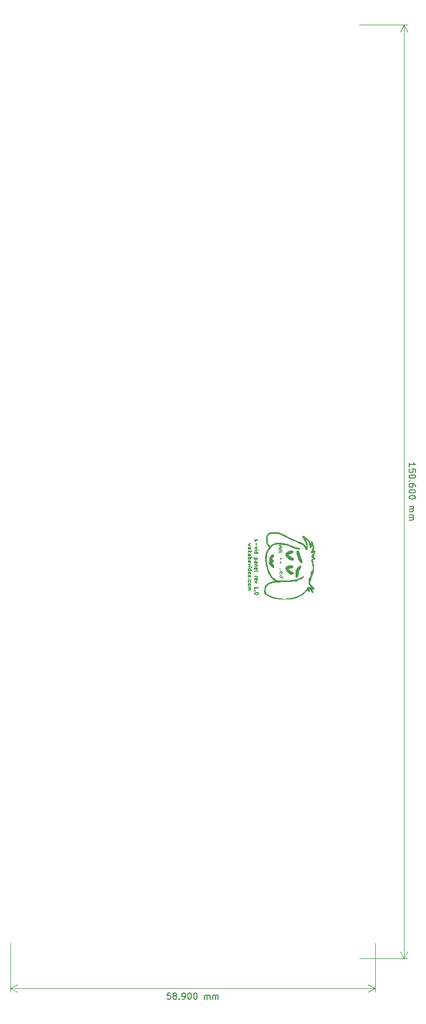
<source format=gbr>
G04 #@! TF.GenerationSoftware,KiCad,Pcbnew,(5.1.9)-1*
G04 #@! TF.CreationDate,2021-09-23T17:19:57+12:00*
G04 #@! TF.ProjectId,covers,636f7665-7273-42e6-9b69-6361645f7063,rev?*
G04 #@! TF.SameCoordinates,Original*
G04 #@! TF.FileFunction,Legend,Top*
G04 #@! TF.FilePolarity,Positive*
%FSLAX46Y46*%
G04 Gerber Fmt 4.6, Leading zero omitted, Abs format (unit mm)*
G04 Created by KiCad (PCBNEW (5.1.9)-1) date 2021-09-23 17:19:57*
%MOMM*%
%LPD*%
G01*
G04 APERTURE LIST*
%ADD10C,0.150000*%
%ADD11C,0.120000*%
%ADD12C,0.010000*%
G04 APERTURE END LIST*
D10*
X115482142Y-120857142D02*
X115453571Y-120914285D01*
X115453571Y-121028571D01*
X115482142Y-121085714D01*
X115539285Y-121114285D01*
X115567857Y-121114285D01*
X115625000Y-121085714D01*
X115653571Y-121028571D01*
X115653571Y-120942857D01*
X115682142Y-120885714D01*
X115739285Y-120857142D01*
X115767857Y-120857142D01*
X115825000Y-120885714D01*
X115853571Y-120942857D01*
X115853571Y-121028571D01*
X115825000Y-121085714D01*
X115682142Y-121371428D02*
X115682142Y-121828571D01*
X115853571Y-122057142D02*
X115453571Y-122200000D01*
X115853571Y-122342857D01*
X115453571Y-122571428D02*
X115853571Y-122571428D01*
X116053571Y-122571428D02*
X116025000Y-122542857D01*
X115996428Y-122571428D01*
X116025000Y-122600000D01*
X116053571Y-122571428D01*
X115996428Y-122571428D01*
X115453571Y-123114285D02*
X116053571Y-123114285D01*
X115482142Y-123114285D02*
X115453571Y-123057142D01*
X115453571Y-122942857D01*
X115482142Y-122885714D01*
X115510714Y-122857142D01*
X115567857Y-122828571D01*
X115739285Y-122828571D01*
X115796428Y-122857142D01*
X115825000Y-122885714D01*
X115853571Y-122942857D01*
X115853571Y-123057142D01*
X115825000Y-123114285D01*
X115853571Y-123857142D02*
X115253571Y-123857142D01*
X115825000Y-123857142D02*
X115853571Y-123914285D01*
X115853571Y-124028571D01*
X115825000Y-124085714D01*
X115796428Y-124114285D01*
X115739285Y-124142857D01*
X115567857Y-124142857D01*
X115510714Y-124114285D01*
X115482142Y-124085714D01*
X115453571Y-124028571D01*
X115453571Y-123914285D01*
X115482142Y-123857142D01*
X115453571Y-124657142D02*
X115767857Y-124657142D01*
X115825000Y-124628571D01*
X115853571Y-124571428D01*
X115853571Y-124457142D01*
X115825000Y-124400000D01*
X115482142Y-124657142D02*
X115453571Y-124600000D01*
X115453571Y-124457142D01*
X115482142Y-124400000D01*
X115539285Y-124371428D01*
X115596428Y-124371428D01*
X115653571Y-124400000D01*
X115682142Y-124457142D01*
X115682142Y-124600000D01*
X115710714Y-124657142D01*
X115853571Y-124942857D02*
X115453571Y-124942857D01*
X115796428Y-124942857D02*
X115825000Y-124971428D01*
X115853571Y-125028571D01*
X115853571Y-125114285D01*
X115825000Y-125171428D01*
X115767857Y-125200000D01*
X115453571Y-125200000D01*
X115482142Y-125714285D02*
X115453571Y-125657142D01*
X115453571Y-125542857D01*
X115482142Y-125485714D01*
X115539285Y-125457142D01*
X115767857Y-125457142D01*
X115825000Y-125485714D01*
X115853571Y-125542857D01*
X115853571Y-125657142D01*
X115825000Y-125714285D01*
X115767857Y-125742857D01*
X115710714Y-125742857D01*
X115653571Y-125457142D01*
X115453571Y-126085714D02*
X115482142Y-126028571D01*
X115539285Y-126000000D01*
X116053571Y-126000000D01*
X115453571Y-126771428D02*
X115853571Y-126771428D01*
X115739285Y-126771428D02*
X115796428Y-126800000D01*
X115825000Y-126828571D01*
X115853571Y-126885714D01*
X115853571Y-126942857D01*
X115482142Y-127371428D02*
X115453571Y-127314285D01*
X115453571Y-127200000D01*
X115482142Y-127142857D01*
X115539285Y-127114285D01*
X115767857Y-127114285D01*
X115825000Y-127142857D01*
X115853571Y-127200000D01*
X115853571Y-127314285D01*
X115825000Y-127371428D01*
X115767857Y-127400000D01*
X115710714Y-127400000D01*
X115653571Y-127114285D01*
X115853571Y-127600000D02*
X115453571Y-127742857D01*
X115853571Y-127885714D01*
X115453571Y-128885714D02*
X115453571Y-128542857D01*
X115453571Y-128714285D02*
X116053571Y-128714285D01*
X115967857Y-128657142D01*
X115910714Y-128600000D01*
X115882142Y-128542857D01*
X115510714Y-129142857D02*
X115482142Y-129171428D01*
X115453571Y-129142857D01*
X115482142Y-129114285D01*
X115510714Y-129142857D01*
X115453571Y-129142857D01*
X116053571Y-129542857D02*
X116053571Y-129600000D01*
X116025000Y-129657142D01*
X115996428Y-129685714D01*
X115939285Y-129714285D01*
X115825000Y-129742857D01*
X115682142Y-129742857D01*
X115567857Y-129714285D01*
X115510714Y-129685714D01*
X115482142Y-129657142D01*
X115453571Y-129600000D01*
X115453571Y-129542857D01*
X115482142Y-129485714D01*
X115510714Y-129457142D01*
X115567857Y-129428571D01*
X115682142Y-129400000D01*
X115825000Y-129400000D01*
X115939285Y-129428571D01*
X115996428Y-129457142D01*
X116025000Y-129485714D01*
X116053571Y-129542857D01*
X114803571Y-121500000D02*
X114403571Y-121614285D01*
X114689285Y-121728571D01*
X114403571Y-121842857D01*
X114803571Y-121957142D01*
X114403571Y-122442857D02*
X114717857Y-122442857D01*
X114775000Y-122414285D01*
X114803571Y-122357142D01*
X114803571Y-122242857D01*
X114775000Y-122185714D01*
X114432142Y-122442857D02*
X114403571Y-122385714D01*
X114403571Y-122242857D01*
X114432142Y-122185714D01*
X114489285Y-122157142D01*
X114546428Y-122157142D01*
X114603571Y-122185714D01*
X114632142Y-122242857D01*
X114632142Y-122385714D01*
X114660714Y-122442857D01*
X114403571Y-122728571D02*
X115003571Y-122728571D01*
X114632142Y-122785714D02*
X114403571Y-122957142D01*
X114803571Y-122957142D02*
X114575000Y-122728571D01*
X114403571Y-123471428D02*
X114717857Y-123471428D01*
X114775000Y-123442857D01*
X114803571Y-123385714D01*
X114803571Y-123271428D01*
X114775000Y-123214285D01*
X114432142Y-123471428D02*
X114403571Y-123414285D01*
X114403571Y-123271428D01*
X114432142Y-123214285D01*
X114489285Y-123185714D01*
X114546428Y-123185714D01*
X114603571Y-123214285D01*
X114632142Y-123271428D01*
X114632142Y-123414285D01*
X114660714Y-123471428D01*
X114403571Y-123757142D02*
X115003571Y-123757142D01*
X114775000Y-123757142D02*
X114803571Y-123814285D01*
X114803571Y-123928571D01*
X114775000Y-123985714D01*
X114746428Y-124014285D01*
X114689285Y-124042857D01*
X114517857Y-124042857D01*
X114460714Y-124014285D01*
X114432142Y-123985714D01*
X114403571Y-123928571D01*
X114403571Y-123814285D01*
X114432142Y-123757142D01*
X114403571Y-124557142D02*
X114717857Y-124557142D01*
X114775000Y-124528571D01*
X114803571Y-124471428D01*
X114803571Y-124357142D01*
X114775000Y-124300000D01*
X114432142Y-124557142D02*
X114403571Y-124500000D01*
X114403571Y-124357142D01*
X114432142Y-124300000D01*
X114489285Y-124271428D01*
X114546428Y-124271428D01*
X114603571Y-124300000D01*
X114632142Y-124357142D01*
X114632142Y-124500000D01*
X114660714Y-124557142D01*
X114803571Y-124785714D02*
X114403571Y-124928571D01*
X114803571Y-125071428D01*
X114403571Y-125300000D02*
X114803571Y-125300000D01*
X115003571Y-125300000D02*
X114975000Y-125271428D01*
X114946428Y-125300000D01*
X114975000Y-125328571D01*
X115003571Y-125300000D01*
X114946428Y-125300000D01*
X114403571Y-125842857D02*
X115003571Y-125842857D01*
X114432142Y-125842857D02*
X114403571Y-125785714D01*
X114403571Y-125671428D01*
X114432142Y-125614285D01*
X114460714Y-125585714D01*
X114517857Y-125557142D01*
X114689285Y-125557142D01*
X114746428Y-125585714D01*
X114775000Y-125614285D01*
X114803571Y-125671428D01*
X114803571Y-125785714D01*
X114775000Y-125842857D01*
X114432142Y-126357142D02*
X114403571Y-126300000D01*
X114403571Y-126185714D01*
X114432142Y-126128571D01*
X114489285Y-126100000D01*
X114717857Y-126100000D01*
X114775000Y-126128571D01*
X114803571Y-126185714D01*
X114803571Y-126300000D01*
X114775000Y-126357142D01*
X114717857Y-126385714D01*
X114660714Y-126385714D01*
X114603571Y-126100000D01*
X114403571Y-126728571D02*
X114432142Y-126671428D01*
X114460714Y-126642857D01*
X114517857Y-126614285D01*
X114689285Y-126614285D01*
X114746428Y-126642857D01*
X114775000Y-126671428D01*
X114803571Y-126728571D01*
X114803571Y-126814285D01*
X114775000Y-126871428D01*
X114746428Y-126900000D01*
X114689285Y-126928571D01*
X114517857Y-126928571D01*
X114460714Y-126900000D01*
X114432142Y-126871428D01*
X114403571Y-126814285D01*
X114403571Y-126728571D01*
X114460714Y-127185714D02*
X114432142Y-127214285D01*
X114403571Y-127185714D01*
X114432142Y-127157142D01*
X114460714Y-127185714D01*
X114403571Y-127185714D01*
X114432142Y-127728571D02*
X114403571Y-127671428D01*
X114403571Y-127557142D01*
X114432142Y-127500000D01*
X114460714Y-127471428D01*
X114517857Y-127442857D01*
X114689285Y-127442857D01*
X114746428Y-127471428D01*
X114775000Y-127500000D01*
X114803571Y-127557142D01*
X114803571Y-127671428D01*
X114775000Y-127728571D01*
X114403571Y-128071428D02*
X114432142Y-128014285D01*
X114460714Y-127985714D01*
X114517857Y-127957142D01*
X114689285Y-127957142D01*
X114746428Y-127985714D01*
X114775000Y-128014285D01*
X114803571Y-128071428D01*
X114803571Y-128157142D01*
X114775000Y-128214285D01*
X114746428Y-128242857D01*
X114689285Y-128271428D01*
X114517857Y-128271428D01*
X114460714Y-128242857D01*
X114432142Y-128214285D01*
X114403571Y-128157142D01*
X114403571Y-128071428D01*
X114403571Y-128528571D02*
X114803571Y-128528571D01*
X114746428Y-128528571D02*
X114775000Y-128557142D01*
X114803571Y-128614285D01*
X114803571Y-128700000D01*
X114775000Y-128757142D01*
X114717857Y-128785714D01*
X114403571Y-128785714D01*
X114717857Y-128785714D02*
X114775000Y-128814285D01*
X114803571Y-128871428D01*
X114803571Y-128957142D01*
X114775000Y-129014285D01*
X114717857Y-129042857D01*
X114403571Y-129042857D01*
X101830952Y-194022380D02*
X101354761Y-194022380D01*
X101307142Y-194498571D01*
X101354761Y-194450952D01*
X101450000Y-194403333D01*
X101688095Y-194403333D01*
X101783333Y-194450952D01*
X101830952Y-194498571D01*
X101878571Y-194593809D01*
X101878571Y-194831904D01*
X101830952Y-194927142D01*
X101783333Y-194974761D01*
X101688095Y-195022380D01*
X101450000Y-195022380D01*
X101354761Y-194974761D01*
X101307142Y-194927142D01*
X102450000Y-194450952D02*
X102354761Y-194403333D01*
X102307142Y-194355714D01*
X102259523Y-194260476D01*
X102259523Y-194212857D01*
X102307142Y-194117619D01*
X102354761Y-194070000D01*
X102450000Y-194022380D01*
X102640476Y-194022380D01*
X102735714Y-194070000D01*
X102783333Y-194117619D01*
X102830952Y-194212857D01*
X102830952Y-194260476D01*
X102783333Y-194355714D01*
X102735714Y-194403333D01*
X102640476Y-194450952D01*
X102450000Y-194450952D01*
X102354761Y-194498571D01*
X102307142Y-194546190D01*
X102259523Y-194641428D01*
X102259523Y-194831904D01*
X102307142Y-194927142D01*
X102354761Y-194974761D01*
X102450000Y-195022380D01*
X102640476Y-195022380D01*
X102735714Y-194974761D01*
X102783333Y-194927142D01*
X102830952Y-194831904D01*
X102830952Y-194641428D01*
X102783333Y-194546190D01*
X102735714Y-194498571D01*
X102640476Y-194450952D01*
X103259523Y-194927142D02*
X103307142Y-194974761D01*
X103259523Y-195022380D01*
X103211904Y-194974761D01*
X103259523Y-194927142D01*
X103259523Y-195022380D01*
X103783333Y-195022380D02*
X103973809Y-195022380D01*
X104069047Y-194974761D01*
X104116666Y-194927142D01*
X104211904Y-194784285D01*
X104259523Y-194593809D01*
X104259523Y-194212857D01*
X104211904Y-194117619D01*
X104164285Y-194070000D01*
X104069047Y-194022380D01*
X103878571Y-194022380D01*
X103783333Y-194070000D01*
X103735714Y-194117619D01*
X103688095Y-194212857D01*
X103688095Y-194450952D01*
X103735714Y-194546190D01*
X103783333Y-194593809D01*
X103878571Y-194641428D01*
X104069047Y-194641428D01*
X104164285Y-194593809D01*
X104211904Y-194546190D01*
X104259523Y-194450952D01*
X104878571Y-194022380D02*
X104973809Y-194022380D01*
X105069047Y-194070000D01*
X105116666Y-194117619D01*
X105164285Y-194212857D01*
X105211904Y-194403333D01*
X105211904Y-194641428D01*
X105164285Y-194831904D01*
X105116666Y-194927142D01*
X105069047Y-194974761D01*
X104973809Y-195022380D01*
X104878571Y-195022380D01*
X104783333Y-194974761D01*
X104735714Y-194927142D01*
X104688095Y-194831904D01*
X104640476Y-194641428D01*
X104640476Y-194403333D01*
X104688095Y-194212857D01*
X104735714Y-194117619D01*
X104783333Y-194070000D01*
X104878571Y-194022380D01*
X105830952Y-194022380D02*
X105926190Y-194022380D01*
X106021428Y-194070000D01*
X106069047Y-194117619D01*
X106116666Y-194212857D01*
X106164285Y-194403333D01*
X106164285Y-194641428D01*
X106116666Y-194831904D01*
X106069047Y-194927142D01*
X106021428Y-194974761D01*
X105926190Y-195022380D01*
X105830952Y-195022380D01*
X105735714Y-194974761D01*
X105688095Y-194927142D01*
X105640476Y-194831904D01*
X105592857Y-194641428D01*
X105592857Y-194403333D01*
X105640476Y-194212857D01*
X105688095Y-194117619D01*
X105735714Y-194070000D01*
X105830952Y-194022380D01*
X107354761Y-195022380D02*
X107354761Y-194355714D01*
X107354761Y-194450952D02*
X107402380Y-194403333D01*
X107497619Y-194355714D01*
X107640476Y-194355714D01*
X107735714Y-194403333D01*
X107783333Y-194498571D01*
X107783333Y-195022380D01*
X107783333Y-194498571D02*
X107830952Y-194403333D01*
X107926190Y-194355714D01*
X108069047Y-194355714D01*
X108164285Y-194403333D01*
X108211904Y-194498571D01*
X108211904Y-195022380D01*
X108688095Y-195022380D02*
X108688095Y-194355714D01*
X108688095Y-194450952D02*
X108735714Y-194403333D01*
X108830952Y-194355714D01*
X108973809Y-194355714D01*
X109069047Y-194403333D01*
X109116666Y-194498571D01*
X109116666Y-195022380D01*
X109116666Y-194498571D02*
X109164285Y-194403333D01*
X109259523Y-194355714D01*
X109402380Y-194355714D01*
X109497619Y-194403333D01*
X109545238Y-194498571D01*
X109545238Y-195022380D01*
D11*
X134900000Y-193300000D02*
X76000000Y-193300000D01*
X134900000Y-185950000D02*
X134900000Y-193886421D01*
X76000000Y-185950000D02*
X76000000Y-193886421D01*
X76000000Y-193300000D02*
X77126504Y-192713579D01*
X76000000Y-193300000D02*
X77126504Y-193886421D01*
X134900000Y-193300000D02*
X133773496Y-192713579D01*
X134900000Y-193300000D02*
X133773496Y-193886421D01*
D10*
X140417619Y-109102380D02*
X140417619Y-108530952D01*
X140417619Y-108816666D02*
X141417619Y-108816666D01*
X141274761Y-108721428D01*
X141179523Y-108626190D01*
X141131904Y-108530952D01*
X141417619Y-110007142D02*
X141417619Y-109530952D01*
X140941428Y-109483333D01*
X140989047Y-109530952D01*
X141036666Y-109626190D01*
X141036666Y-109864285D01*
X140989047Y-109959523D01*
X140941428Y-110007142D01*
X140846190Y-110054761D01*
X140608095Y-110054761D01*
X140512857Y-110007142D01*
X140465238Y-109959523D01*
X140417619Y-109864285D01*
X140417619Y-109626190D01*
X140465238Y-109530952D01*
X140512857Y-109483333D01*
X141417619Y-110673809D02*
X141417619Y-110769047D01*
X141370000Y-110864285D01*
X141322380Y-110911904D01*
X141227142Y-110959523D01*
X141036666Y-111007142D01*
X140798571Y-111007142D01*
X140608095Y-110959523D01*
X140512857Y-110911904D01*
X140465238Y-110864285D01*
X140417619Y-110769047D01*
X140417619Y-110673809D01*
X140465238Y-110578571D01*
X140512857Y-110530952D01*
X140608095Y-110483333D01*
X140798571Y-110435714D01*
X141036666Y-110435714D01*
X141227142Y-110483333D01*
X141322380Y-110530952D01*
X141370000Y-110578571D01*
X141417619Y-110673809D01*
X140512857Y-111435714D02*
X140465238Y-111483333D01*
X140417619Y-111435714D01*
X140465238Y-111388095D01*
X140512857Y-111435714D01*
X140417619Y-111435714D01*
X141417619Y-112340476D02*
X141417619Y-112150000D01*
X141370000Y-112054761D01*
X141322380Y-112007142D01*
X141179523Y-111911904D01*
X140989047Y-111864285D01*
X140608095Y-111864285D01*
X140512857Y-111911904D01*
X140465238Y-111959523D01*
X140417619Y-112054761D01*
X140417619Y-112245238D01*
X140465238Y-112340476D01*
X140512857Y-112388095D01*
X140608095Y-112435714D01*
X140846190Y-112435714D01*
X140941428Y-112388095D01*
X140989047Y-112340476D01*
X141036666Y-112245238D01*
X141036666Y-112054761D01*
X140989047Y-111959523D01*
X140941428Y-111911904D01*
X140846190Y-111864285D01*
X141417619Y-113054761D02*
X141417619Y-113150000D01*
X141370000Y-113245238D01*
X141322380Y-113292857D01*
X141227142Y-113340476D01*
X141036666Y-113388095D01*
X140798571Y-113388095D01*
X140608095Y-113340476D01*
X140512857Y-113292857D01*
X140465238Y-113245238D01*
X140417619Y-113150000D01*
X140417619Y-113054761D01*
X140465238Y-112959523D01*
X140512857Y-112911904D01*
X140608095Y-112864285D01*
X140798571Y-112816666D01*
X141036666Y-112816666D01*
X141227142Y-112864285D01*
X141322380Y-112911904D01*
X141370000Y-112959523D01*
X141417619Y-113054761D01*
X141417619Y-114007142D02*
X141417619Y-114102380D01*
X141370000Y-114197619D01*
X141322380Y-114245238D01*
X141227142Y-114292857D01*
X141036666Y-114340476D01*
X140798571Y-114340476D01*
X140608095Y-114292857D01*
X140512857Y-114245238D01*
X140465238Y-114197619D01*
X140417619Y-114102380D01*
X140417619Y-114007142D01*
X140465238Y-113911904D01*
X140512857Y-113864285D01*
X140608095Y-113816666D01*
X140798571Y-113769047D01*
X141036666Y-113769047D01*
X141227142Y-113816666D01*
X141322380Y-113864285D01*
X141370000Y-113911904D01*
X141417619Y-114007142D01*
X140417619Y-115530952D02*
X141084285Y-115530952D01*
X140989047Y-115530952D02*
X141036666Y-115578571D01*
X141084285Y-115673809D01*
X141084285Y-115816666D01*
X141036666Y-115911904D01*
X140941428Y-115959523D01*
X140417619Y-115959523D01*
X140941428Y-115959523D02*
X141036666Y-116007142D01*
X141084285Y-116102380D01*
X141084285Y-116245238D01*
X141036666Y-116340476D01*
X140941428Y-116388095D01*
X140417619Y-116388095D01*
X140417619Y-116864285D02*
X141084285Y-116864285D01*
X140989047Y-116864285D02*
X141036666Y-116911904D01*
X141084285Y-117007142D01*
X141084285Y-117150000D01*
X141036666Y-117245238D01*
X140941428Y-117292857D01*
X140417619Y-117292857D01*
X140941428Y-117292857D02*
X141036666Y-117340476D01*
X141084285Y-117435714D01*
X141084285Y-117578571D01*
X141036666Y-117673809D01*
X140941428Y-117721428D01*
X140417619Y-117721428D01*
D11*
X139600000Y-37850000D02*
X139600000Y-188450000D01*
X132400000Y-37850000D02*
X140186421Y-37850000D01*
X132400000Y-188450000D02*
X140186421Y-188450000D01*
X139600000Y-188450000D02*
X139013579Y-187323496D01*
X139600000Y-188450000D02*
X140186421Y-187323496D01*
X139600000Y-37850000D02*
X139013579Y-38976504D01*
X139600000Y-37850000D02*
X140186421Y-38976504D01*
D12*
G36*
X123060559Y-124527382D02*
G01*
X123053992Y-124534542D01*
X122911032Y-124586112D01*
X122755869Y-124477089D01*
X122595872Y-124215075D01*
X122486406Y-123948780D01*
X122324178Y-123445658D01*
X122240466Y-123059840D01*
X122236626Y-122801436D01*
X122314012Y-122680555D01*
X122316202Y-122679684D01*
X122485251Y-122665645D01*
X122599911Y-122788430D01*
X122672856Y-123049804D01*
X122734060Y-123297195D01*
X122837208Y-123622773D01*
X122939124Y-123901445D01*
X123052203Y-124219276D01*
X123090861Y-124417891D01*
X123060559Y-124527382D01*
G37*
X123060559Y-124527382D02*
X123053992Y-124534542D01*
X122911032Y-124586112D01*
X122755869Y-124477089D01*
X122595872Y-124215075D01*
X122486406Y-123948780D01*
X122324178Y-123445658D01*
X122240466Y-123059840D01*
X122236626Y-122801436D01*
X122314012Y-122680555D01*
X122316202Y-122679684D01*
X122485251Y-122665645D01*
X122599911Y-122788430D01*
X122672856Y-123049804D01*
X122734060Y-123297195D01*
X122837208Y-123622773D01*
X122939124Y-123901445D01*
X123052203Y-124219276D01*
X123090861Y-124417891D01*
X123060559Y-124527382D01*
G36*
X122845372Y-125400843D02*
G01*
X122699884Y-125692182D01*
X122666334Y-125743055D01*
X122483826Y-126149231D01*
X122453371Y-126402982D01*
X122421448Y-126733539D01*
X122330687Y-126914826D01*
X122184092Y-126941262D01*
X122166879Y-126935328D01*
X122084691Y-126856969D01*
X122042467Y-126679022D01*
X122031334Y-126392694D01*
X122046779Y-126081686D01*
X122110576Y-125838903D01*
X122248918Y-125582140D01*
X122328033Y-125461501D01*
X122535324Y-125189216D01*
X122688191Y-125070707D01*
X122751366Y-125069523D01*
X122863118Y-125188650D01*
X122845372Y-125400843D01*
G37*
X122845372Y-125400843D02*
X122699884Y-125692182D01*
X122666334Y-125743055D01*
X122483826Y-126149231D01*
X122453371Y-126402982D01*
X122421448Y-126733539D01*
X122330687Y-126914826D01*
X122184092Y-126941262D01*
X122166879Y-126935328D01*
X122084691Y-126856969D01*
X122042467Y-126679022D01*
X122031334Y-126392694D01*
X122046779Y-126081686D01*
X122110576Y-125838903D01*
X122248918Y-125582140D01*
X122328033Y-125461501D01*
X122535324Y-125189216D01*
X122688191Y-125070707D01*
X122751366Y-125069523D01*
X122863118Y-125188650D01*
X122845372Y-125400843D01*
G36*
X121587818Y-126383356D02*
G01*
X121370196Y-126439184D01*
X121178505Y-126432518D01*
X121004993Y-126351410D01*
X120793383Y-126167631D01*
X120757056Y-126131644D01*
X120510317Y-125823242D01*
X120427101Y-125553330D01*
X120506806Y-125318743D01*
X120585429Y-125232947D01*
X120788064Y-125121070D01*
X121060296Y-125052274D01*
X121328133Y-125038104D01*
X121514505Y-125087981D01*
X121597947Y-125212699D01*
X121548645Y-125341193D01*
X121395648Y-125427271D01*
X121293158Y-125439963D01*
X121080438Y-125463647D01*
X120953138Y-125507654D01*
X120903681Y-125614961D01*
X120978157Y-125760055D01*
X121147284Y-125908613D01*
X121381784Y-126026310D01*
X121401245Y-126032954D01*
X121619493Y-126147778D01*
X121680886Y-126275018D01*
X121587818Y-126383356D01*
G37*
X121587818Y-126383356D02*
X121370196Y-126439184D01*
X121178505Y-126432518D01*
X121004993Y-126351410D01*
X120793383Y-126167631D01*
X120757056Y-126131644D01*
X120510317Y-125823242D01*
X120427101Y-125553330D01*
X120506806Y-125318743D01*
X120585429Y-125232947D01*
X120788064Y-125121070D01*
X121060296Y-125052274D01*
X121328133Y-125038104D01*
X121514505Y-125087981D01*
X121597947Y-125212699D01*
X121548645Y-125341193D01*
X121395648Y-125427271D01*
X121293158Y-125439963D01*
X121080438Y-125463647D01*
X120953138Y-125507654D01*
X120903681Y-125614961D01*
X120978157Y-125760055D01*
X121147284Y-125908613D01*
X121381784Y-126026310D01*
X121401245Y-126032954D01*
X121619493Y-126147778D01*
X121680886Y-126275018D01*
X121587818Y-126383356D01*
G36*
X121719326Y-124051984D02*
G01*
X121604826Y-124153207D01*
X121406422Y-124154877D01*
X121160330Y-124076794D01*
X120902766Y-123938759D01*
X120669945Y-123760573D01*
X120498084Y-123562034D01*
X120423398Y-123362944D01*
X120422667Y-123343062D01*
X120480740Y-123154380D01*
X120624866Y-122940875D01*
X120670154Y-122892154D01*
X120905365Y-122711271D01*
X121168259Y-122647104D01*
X121253763Y-122644667D01*
X121504601Y-122673902D01*
X121631299Y-122753838D01*
X121634659Y-122761350D01*
X121622603Y-122919791D01*
X121475945Y-123030888D01*
X121255379Y-123068000D01*
X121025668Y-123132639D01*
X120930896Y-123236906D01*
X120892480Y-123361331D01*
X120957299Y-123464645D01*
X121118417Y-123575256D01*
X121320775Y-123685583D01*
X121467501Y-123742798D01*
X121485234Y-123745017D01*
X121637782Y-123811197D01*
X121724678Y-123956389D01*
X121719326Y-124051984D01*
G37*
X121719326Y-124051984D02*
X121604826Y-124153207D01*
X121406422Y-124154877D01*
X121160330Y-124076794D01*
X120902766Y-123938759D01*
X120669945Y-123760573D01*
X120498084Y-123562034D01*
X120423398Y-123362944D01*
X120422667Y-123343062D01*
X120480740Y-123154380D01*
X120624866Y-122940875D01*
X120670154Y-122892154D01*
X120905365Y-122711271D01*
X121168259Y-122647104D01*
X121253763Y-122644667D01*
X121504601Y-122673902D01*
X121631299Y-122753838D01*
X121634659Y-122761350D01*
X121622603Y-122919791D01*
X121475945Y-123030888D01*
X121255379Y-123068000D01*
X121025668Y-123132639D01*
X120930896Y-123236906D01*
X120892480Y-123361331D01*
X120957299Y-123464645D01*
X121118417Y-123575256D01*
X121320775Y-123685583D01*
X121467501Y-123742798D01*
X121485234Y-123745017D01*
X121637782Y-123811197D01*
X121724678Y-123956389D01*
X121719326Y-124051984D01*
G36*
X119618334Y-124681139D02*
G01*
X119531120Y-124615553D01*
X119504415Y-124544388D01*
X119525348Y-124440547D01*
X119589081Y-124441138D01*
X119685221Y-124525421D01*
X119693273Y-124632610D01*
X119618334Y-124681139D01*
G37*
X119618334Y-124681139D02*
X119531120Y-124615553D01*
X119504415Y-124544388D01*
X119525348Y-124440547D01*
X119589081Y-124441138D01*
X119685221Y-124525421D01*
X119693273Y-124632610D01*
X119618334Y-124681139D01*
G36*
X119677955Y-123998165D02*
G01*
X119618334Y-124029951D01*
X119509106Y-124016942D01*
X119491334Y-123954343D01*
X119559166Y-123844412D01*
X119618334Y-123830000D01*
X119731075Y-123870906D01*
X119745334Y-123905608D01*
X119677955Y-123998165D01*
G37*
X119677955Y-123998165D02*
X119618334Y-124029951D01*
X119509106Y-124016942D01*
X119491334Y-123954343D01*
X119559166Y-123844412D01*
X119618334Y-123830000D01*
X119731075Y-123870906D01*
X119745334Y-123905608D01*
X119677955Y-123998165D01*
G36*
X119849226Y-127093024D02*
G01*
X119688863Y-127019405D01*
X119660667Y-127005000D01*
X119488269Y-126893126D01*
X119407503Y-126795960D01*
X119406667Y-126788625D01*
X119464888Y-126777652D01*
X119609746Y-126855468D01*
X119660667Y-126891388D01*
X119825208Y-127019890D01*
X119911091Y-127100340D01*
X119914667Y-127107763D01*
X119849226Y-127093024D01*
G37*
X119849226Y-127093024D02*
X119688863Y-127019405D01*
X119660667Y-127005000D01*
X119488269Y-126893126D01*
X119407503Y-126795960D01*
X119406667Y-126788625D01*
X119464888Y-126777652D01*
X119609746Y-126855468D01*
X119660667Y-126891388D01*
X119825208Y-127019890D01*
X119911091Y-127100340D01*
X119914667Y-127107763D01*
X119849226Y-127093024D01*
G36*
X119891774Y-126821902D02*
G01*
X119871387Y-126811539D01*
X119689893Y-126681510D01*
X119533326Y-126526009D01*
X119434357Y-126406032D01*
X119436288Y-126390828D01*
X119551429Y-126482131D01*
X119618940Y-126538065D01*
X119848145Y-126730134D01*
X119960393Y-126831035D01*
X119970123Y-126856410D01*
X119891774Y-126821902D01*
G37*
X119891774Y-126821902D02*
X119871387Y-126811539D01*
X119689893Y-126681510D01*
X119533326Y-126526009D01*
X119434357Y-126406032D01*
X119436288Y-126390828D01*
X119551429Y-126482131D01*
X119618940Y-126538065D01*
X119848145Y-126730134D01*
X119960393Y-126831035D01*
X119970123Y-126856410D01*
X119891774Y-126821902D01*
G36*
X119857585Y-126410575D02*
G01*
X119787667Y-126377616D01*
X119556893Y-126247752D01*
X119439185Y-126155820D01*
X119454305Y-126117558D01*
X119460787Y-126117297D01*
X119588057Y-126167781D01*
X119757121Y-126290114D01*
X119872111Y-126397284D01*
X119857585Y-126410575D01*
G37*
X119857585Y-126410575D02*
X119787667Y-126377616D01*
X119556893Y-126247752D01*
X119439185Y-126155820D01*
X119454305Y-126117558D01*
X119460787Y-126117297D01*
X119588057Y-126167781D01*
X119757121Y-126290114D01*
X119872111Y-126397284D01*
X119857585Y-126410575D01*
G36*
X119957000Y-126197554D02*
G01*
X119843086Y-126148409D01*
X119666374Y-126023645D01*
X119618334Y-125984104D01*
X119499859Y-125871165D01*
X119495818Y-125836631D01*
X119533667Y-125851321D01*
X119724187Y-125960036D01*
X119883001Y-126075406D01*
X119970722Y-126165217D01*
X119957000Y-126197554D01*
G37*
X119957000Y-126197554D02*
X119843086Y-126148409D01*
X119666374Y-126023645D01*
X119618334Y-125984104D01*
X119499859Y-125871165D01*
X119495818Y-125836631D01*
X119533667Y-125851321D01*
X119724187Y-125960036D01*
X119883001Y-126075406D01*
X119970722Y-126165217D01*
X119957000Y-126197554D01*
G36*
X119521310Y-125666104D02*
G01*
X119491334Y-125650334D01*
X119410477Y-125570559D01*
X119406667Y-125555673D01*
X119461357Y-125549897D01*
X119491334Y-125565667D01*
X119572191Y-125645441D01*
X119576000Y-125660327D01*
X119521310Y-125666104D01*
G37*
X119521310Y-125666104D02*
X119491334Y-125650334D01*
X119410477Y-125570559D01*
X119406667Y-125555673D01*
X119461357Y-125549897D01*
X119491334Y-125565667D01*
X119572191Y-125645441D01*
X119576000Y-125660327D01*
X119521310Y-125666104D01*
G36*
X119775627Y-122898667D02*
G01*
X119651354Y-122850266D01*
X119528683Y-122766996D01*
X119424598Y-122679462D01*
X119453057Y-122679310D01*
X119576000Y-122736131D01*
X119773737Y-122837169D01*
X119828790Y-122887268D01*
X119775627Y-122898667D01*
G37*
X119775627Y-122898667D02*
X119651354Y-122850266D01*
X119528683Y-122766996D01*
X119424598Y-122679462D01*
X119453057Y-122679310D01*
X119576000Y-122736131D01*
X119773737Y-122837169D01*
X119828790Y-122887268D01*
X119775627Y-122898667D01*
G36*
X119787667Y-122384666D02*
G01*
X119657622Y-122345791D01*
X119491334Y-122263667D01*
X119368000Y-122179424D01*
X119361879Y-122142722D01*
X119364334Y-122142667D01*
X119494379Y-122181542D01*
X119660667Y-122263667D01*
X119784001Y-122347909D01*
X119790122Y-122384612D01*
X119787667Y-122384666D01*
G37*
X119787667Y-122384666D02*
X119657622Y-122345791D01*
X119491334Y-122263667D01*
X119368000Y-122179424D01*
X119361879Y-122142722D01*
X119364334Y-122142667D01*
X119494379Y-122181542D01*
X119660667Y-122263667D01*
X119784001Y-122347909D01*
X119790122Y-122384612D01*
X119787667Y-122384666D01*
G36*
X119748316Y-122090289D02*
G01*
X119606888Y-122029818D01*
X119442821Y-121927928D01*
X119343586Y-121814766D01*
X119336943Y-121731660D01*
X119394304Y-121713334D01*
X119498760Y-121766021D01*
X119662724Y-121895731D01*
X119694999Y-121925000D01*
X119848118Y-122074619D01*
X119868329Y-122126815D01*
X119748316Y-122090289D01*
G37*
X119748316Y-122090289D02*
X119606888Y-122029818D01*
X119442821Y-121927928D01*
X119343586Y-121814766D01*
X119336943Y-121731660D01*
X119394304Y-121713334D01*
X119498760Y-121766021D01*
X119662724Y-121895731D01*
X119694999Y-121925000D01*
X119848118Y-122074619D01*
X119868329Y-122126815D01*
X119748316Y-122090289D01*
G36*
X119533667Y-122980741D02*
G01*
X119394528Y-122938584D01*
X119322000Y-122898667D01*
X119254231Y-122831579D01*
X119279667Y-122816593D01*
X119418806Y-122858749D01*
X119491334Y-122898667D01*
X119559103Y-122965754D01*
X119533667Y-122980741D01*
G37*
X119533667Y-122980741D02*
X119394528Y-122938584D01*
X119322000Y-122898667D01*
X119254231Y-122831579D01*
X119279667Y-122816593D01*
X119418806Y-122858749D01*
X119491334Y-122898667D01*
X119559103Y-122965754D01*
X119533667Y-122980741D01*
G36*
X119847983Y-122672368D02*
G01*
X119680204Y-122610002D01*
X119576000Y-122560000D01*
X119338740Y-122429906D01*
X119249227Y-122361391D01*
X119307520Y-122360947D01*
X119513674Y-122435068D01*
X119575139Y-122460454D01*
X119781509Y-122560703D01*
X119901523Y-122645250D01*
X119913806Y-122667554D01*
X119847983Y-122672368D01*
G37*
X119847983Y-122672368D02*
X119680204Y-122610002D01*
X119576000Y-122560000D01*
X119338740Y-122429906D01*
X119249227Y-122361391D01*
X119307520Y-122360947D01*
X119513674Y-122435068D01*
X119575139Y-122460454D01*
X119781509Y-122560703D01*
X119901523Y-122645250D01*
X119913806Y-122667554D01*
X119847983Y-122672368D01*
G36*
X118512781Y-123507955D02*
G01*
X118410515Y-123696496D01*
X118397473Y-123713578D01*
X118284160Y-123878312D01*
X118277120Y-123986252D01*
X118347037Y-124082567D01*
X118465142Y-124289879D01*
X118416739Y-124470553D01*
X118327167Y-124554676D01*
X118237645Y-124638117D01*
X118250513Y-124724932D01*
X118375085Y-124871741D01*
X118380212Y-124877202D01*
X118501352Y-125064489D01*
X118527915Y-125235774D01*
X118458224Y-125341260D01*
X118396270Y-125354000D01*
X118261816Y-125294660D01*
X118077249Y-125148787D01*
X117892002Y-124964602D01*
X117755508Y-124790326D01*
X117714630Y-124689063D01*
X117760304Y-124492821D01*
X117793744Y-124426654D01*
X117835873Y-124256375D01*
X117824309Y-124067376D01*
X117833803Y-123854421D01*
X117923372Y-123637331D01*
X118063941Y-123445239D01*
X118226436Y-123307280D01*
X118381780Y-123252586D01*
X118500899Y-123310290D01*
X118528428Y-123361844D01*
X118512781Y-123507955D01*
G37*
X118512781Y-123507955D02*
X118410515Y-123696496D01*
X118397473Y-123713578D01*
X118284160Y-123878312D01*
X118277120Y-123986252D01*
X118347037Y-124082567D01*
X118465142Y-124289879D01*
X118416739Y-124470553D01*
X118327167Y-124554676D01*
X118237645Y-124638117D01*
X118250513Y-124724932D01*
X118375085Y-124871741D01*
X118380212Y-124877202D01*
X118501352Y-125064489D01*
X118527915Y-125235774D01*
X118458224Y-125341260D01*
X118396270Y-125354000D01*
X118261816Y-125294660D01*
X118077249Y-125148787D01*
X117892002Y-124964602D01*
X117755508Y-124790326D01*
X117714630Y-124689063D01*
X117760304Y-124492821D01*
X117793744Y-124426654D01*
X117835873Y-124256375D01*
X117824309Y-124067376D01*
X117833803Y-123854421D01*
X117923372Y-123637331D01*
X118063941Y-123445239D01*
X118226436Y-123307280D01*
X118381780Y-123252586D01*
X118500899Y-123310290D01*
X118528428Y-123361844D01*
X118512781Y-123507955D01*
G36*
X125095516Y-123999334D02*
G01*
X124978488Y-124044447D01*
X124877476Y-124108691D01*
X124789924Y-124188475D01*
X124772520Y-124285612D01*
X124824228Y-124456537D01*
X124869001Y-124570645D01*
X124962604Y-124939344D01*
X124971313Y-125382480D01*
X124893195Y-125920845D01*
X124726315Y-126575228D01*
X124663175Y-126782855D01*
X124519082Y-127243707D01*
X124423382Y-127573757D01*
X124376810Y-127804691D01*
X124380102Y-127968197D01*
X124433991Y-128095960D01*
X124539213Y-128219666D01*
X124696502Y-128371003D01*
X124700078Y-128374427D01*
X124929644Y-128599966D01*
X125044373Y-128734873D01*
X125055152Y-128801952D01*
X124972865Y-128824009D01*
X124915324Y-128825334D01*
X124807582Y-128851028D01*
X124779743Y-128959400D01*
X124797655Y-129110903D01*
X124804766Y-129331758D01*
X124750828Y-129454044D01*
X124749998Y-129454566D01*
X124671864Y-129440225D01*
X124655580Y-129359497D01*
X124603959Y-129196414D01*
X124477256Y-128990920D01*
X124446958Y-128952334D01*
X124238757Y-128698334D01*
X124235712Y-129020830D01*
X124214772Y-129224185D01*
X124163348Y-129296286D01*
X124148000Y-129291000D01*
X124079718Y-129172986D01*
X124063105Y-129053170D01*
X124049426Y-128963349D01*
X123992303Y-128970404D01*
X123867108Y-129087209D01*
X123745605Y-129219169D01*
X123218480Y-129696816D01*
X122592545Y-130062079D01*
X122027094Y-130277116D01*
X121736075Y-130360163D01*
X121461644Y-130416230D01*
X121158859Y-130450093D01*
X120782783Y-130466527D01*
X120288476Y-130470307D01*
X120211000Y-130470111D01*
X119453132Y-130446052D01*
X118824823Y-130374011D01*
X118291059Y-130245865D01*
X117816823Y-130053495D01*
X117417000Y-129822049D01*
X117177788Y-129654563D01*
X117047792Y-129518423D01*
X116990177Y-129359288D01*
X116970476Y-129163346D01*
X117022404Y-128688660D01*
X117126466Y-128425237D01*
X117376133Y-128074076D01*
X117735446Y-127818422D01*
X118227027Y-127642739D01*
X118286860Y-127628386D01*
X118719018Y-127528632D01*
X118412476Y-127285023D01*
X118071517Y-126956819D01*
X117799807Y-126554593D01*
X117566038Y-126031611D01*
X117557573Y-126008971D01*
X117283115Y-125112197D01*
X117153214Y-124289818D01*
X117167794Y-123545390D01*
X117326778Y-122882469D01*
X117630089Y-122304613D01*
X117637336Y-122294357D01*
X117737818Y-122131763D01*
X117734876Y-122034238D01*
X117664402Y-121961857D01*
X117467430Y-121701643D01*
X117339049Y-121335698D01*
X117286147Y-120915983D01*
X117315613Y-120494460D01*
X117423540Y-120145178D01*
X117522959Y-119967328D01*
X117643921Y-119851967D01*
X117827182Y-119780066D01*
X118113497Y-119732597D01*
X118348407Y-119708366D01*
X118348407Y-119853669D01*
X118117273Y-119861480D01*
X117961145Y-119899792D01*
X117833137Y-119977000D01*
X117760877Y-120036376D01*
X117600435Y-120216068D01*
X117513926Y-120444416D01*
X117480463Y-120676557D01*
X117465700Y-121090560D01*
X117522724Y-121402930D01*
X117664038Y-121670652D01*
X117712885Y-121735867D01*
X117885450Y-121955247D01*
X118148688Y-121714815D01*
X118470787Y-121524711D01*
X118909139Y-121416881D01*
X119432667Y-121390129D01*
X120010292Y-121443264D01*
X120610933Y-121575090D01*
X121203513Y-121784415D01*
X121320907Y-121836666D01*
X121677503Y-121987684D01*
X122025051Y-122111698D01*
X122300210Y-122186632D01*
X122348834Y-122194915D01*
X122568397Y-122242844D01*
X122695777Y-122305032D01*
X122708667Y-122329302D01*
X122636119Y-122385579D01*
X122440679Y-122383665D01*
X122155659Y-122330752D01*
X121814368Y-122234036D01*
X121450115Y-122100709D01*
X121253468Y-122015035D01*
X120554423Y-121756037D01*
X119841443Y-121611598D01*
X119162929Y-121589856D01*
X118899919Y-121619263D01*
X118626625Y-121677426D01*
X118421652Y-121770207D01*
X118222168Y-121934306D01*
X118045763Y-122118202D01*
X117637339Y-122671259D01*
X117391040Y-123269665D01*
X117303489Y-123922958D01*
X117311429Y-124191685D01*
X117378824Y-124683564D01*
X117506250Y-125235137D01*
X117675783Y-125786927D01*
X117869494Y-126279457D01*
X118039113Y-126606027D01*
X118245428Y-126864889D01*
X118522714Y-127122674D01*
X118681463Y-127238715D01*
X119099259Y-127508377D01*
X120332463Y-127485431D01*
X121026443Y-127460042D01*
X121586146Y-127408201D01*
X122045463Y-127323275D01*
X122438287Y-127198633D01*
X122798509Y-127027642D01*
X122865260Y-126989832D01*
X123122087Y-126865573D01*
X123284309Y-126840632D01*
X123313297Y-126856097D01*
X123284501Y-126933119D01*
X123111257Y-127062030D01*
X122806876Y-127233185D01*
X122758670Y-127257882D01*
X122124265Y-127579890D01*
X120490299Y-127648711D01*
X119796388Y-127679802D01*
X119248369Y-127709652D01*
X118822849Y-127741007D01*
X118496432Y-127776615D01*
X118245726Y-127819222D01*
X118047337Y-127871575D01*
X117877869Y-127936421D01*
X117822293Y-127961987D01*
X117532350Y-128169696D01*
X117312235Y-128459879D01*
X117174964Y-128791657D01*
X117133555Y-129124153D01*
X117201021Y-129416488D01*
X117311167Y-129567248D01*
X117718582Y-129853750D01*
X118254093Y-130086618D01*
X118883466Y-130260407D01*
X119572467Y-130369675D01*
X120286862Y-130408981D01*
X120992417Y-130372881D01*
X121650334Y-130257084D01*
X122028257Y-130145749D01*
X122396079Y-130009694D01*
X122710115Y-129867712D01*
X122926681Y-129738598D01*
X122986749Y-129682150D01*
X123135230Y-129545012D01*
X123331960Y-129419797D01*
X123526228Y-129275290D01*
X123643095Y-129113528D01*
X123746659Y-128930353D01*
X123909943Y-128719445D01*
X123934666Y-128692132D01*
X124094810Y-128540912D01*
X124212075Y-128506369D01*
X124320883Y-128553901D01*
X124511852Y-128649527D01*
X124582811Y-128630836D01*
X124529553Y-128507055D01*
X124410771Y-128356721D01*
X124258091Y-128160623D01*
X124179082Y-127974324D01*
X124150568Y-127726878D01*
X124148000Y-127552387D01*
X124160921Y-127283002D01*
X124194637Y-127100497D01*
X124232667Y-127047334D01*
X124316932Y-127114819D01*
X124325773Y-127153167D01*
X124346019Y-127202653D01*
X124380408Y-127125154D01*
X124419689Y-126961397D01*
X124454614Y-126752107D01*
X124475935Y-126538009D01*
X124478228Y-126481881D01*
X124513942Y-126224745D01*
X124592384Y-126028515D01*
X124617192Y-125997571D01*
X124805940Y-125708568D01*
X124865145Y-125341246D01*
X124795022Y-124884355D01*
X124647058Y-124449528D01*
X124584885Y-124256259D01*
X124615817Y-124134183D01*
X124740346Y-124016619D01*
X124942183Y-123853181D01*
X124760113Y-123755741D01*
X124578043Y-123658300D01*
X124786355Y-123351335D01*
X124939697Y-123105763D01*
X124982468Y-122974787D01*
X124914653Y-122944741D01*
X124785998Y-122982194D01*
X124598535Y-123021269D01*
X124538050Y-122949733D01*
X124605662Y-122770254D01*
X124660263Y-122681718D01*
X124773036Y-122418771D01*
X124821415Y-122112516D01*
X124797976Y-121838351D01*
X124753834Y-121731739D01*
X124687908Y-121717942D01*
X124606919Y-121866747D01*
X124573171Y-121961766D01*
X124476111Y-122185758D01*
X124394688Y-122243904D01*
X124338548Y-122139584D01*
X124317337Y-121876178D01*
X124317334Y-121872104D01*
X124278845Y-121522607D01*
X124144463Y-121221888D01*
X123910148Y-120930167D01*
X123725627Y-120751675D01*
X123636460Y-120713014D01*
X123643531Y-120813481D01*
X123747724Y-121052377D01*
X123750109Y-121057167D01*
X123838028Y-121302878D01*
X123900587Y-121609862D01*
X123934861Y-121932338D01*
X123937922Y-122224525D01*
X123906847Y-122440641D01*
X123844445Y-122533336D01*
X123758273Y-122482846D01*
X123646402Y-122318846D01*
X123595979Y-122217589D01*
X123355711Y-121835831D01*
X123024060Y-121582970D01*
X122676447Y-121457053D01*
X122490809Y-121391635D01*
X122185353Y-121262617D01*
X121790810Y-121083913D01*
X121337914Y-120869435D01*
X120865516Y-120637168D01*
X120356397Y-120383345D01*
X119968416Y-120195465D01*
X119671676Y-120062902D01*
X119436283Y-119975031D01*
X119232339Y-119921224D01*
X119029951Y-119890855D01*
X118799222Y-119873299D01*
X118701432Y-119867962D01*
X118348407Y-119853669D01*
X118348407Y-119708366D01*
X118362107Y-119706952D01*
X118732457Y-119691936D01*
X119086745Y-119726484D01*
X119461090Y-119820611D01*
X119891611Y-119984333D01*
X120414429Y-120227667D01*
X120631254Y-120336209D01*
X121158013Y-120603007D01*
X121559214Y-120804482D01*
X121860146Y-120952244D01*
X122086102Y-121057900D01*
X122262371Y-121133060D01*
X122414245Y-121189331D01*
X122567013Y-121238323D01*
X122652502Y-121263974D01*
X123091759Y-121426144D01*
X123403168Y-121623732D01*
X123628010Y-121883902D01*
X123651597Y-121921377D01*
X123808701Y-122179000D01*
X123807158Y-121882667D01*
X123745944Y-121521803D01*
X123581082Y-121103947D01*
X123335841Y-120684210D01*
X123252850Y-120569796D01*
X123127077Y-120372471D01*
X123127575Y-120281177D01*
X123248413Y-120296139D01*
X123483656Y-120417581D01*
X123694256Y-120553148D01*
X124102134Y-120920263D01*
X124317162Y-121251648D01*
X124528657Y-121671000D01*
X124577433Y-121374667D01*
X124626208Y-121078334D01*
X124817945Y-121501667D01*
X124951899Y-121887842D01*
X124978045Y-122252688D01*
X124973011Y-122319456D01*
X124961028Y-122561599D01*
X124988914Y-122666951D01*
X125050170Y-122670231D01*
X125139954Y-122694304D01*
X125160222Y-122842113D01*
X125111788Y-123083359D01*
X125033172Y-123301889D01*
X124955691Y-123509703D01*
X124952348Y-123623931D01*
X125023144Y-123703228D01*
X125033172Y-123710670D01*
X125137739Y-123832798D01*
X125160899Y-123950477D01*
X125095516Y-123999334D01*
G37*
X125095516Y-123999334D02*
X124978488Y-124044447D01*
X124877476Y-124108691D01*
X124789924Y-124188475D01*
X124772520Y-124285612D01*
X124824228Y-124456537D01*
X124869001Y-124570645D01*
X124962604Y-124939344D01*
X124971313Y-125382480D01*
X124893195Y-125920845D01*
X124726315Y-126575228D01*
X124663175Y-126782855D01*
X124519082Y-127243707D01*
X124423382Y-127573757D01*
X124376810Y-127804691D01*
X124380102Y-127968197D01*
X124433991Y-128095960D01*
X124539213Y-128219666D01*
X124696502Y-128371003D01*
X124700078Y-128374427D01*
X124929644Y-128599966D01*
X125044373Y-128734873D01*
X125055152Y-128801952D01*
X124972865Y-128824009D01*
X124915324Y-128825334D01*
X124807582Y-128851028D01*
X124779743Y-128959400D01*
X124797655Y-129110903D01*
X124804766Y-129331758D01*
X124750828Y-129454044D01*
X124749998Y-129454566D01*
X124671864Y-129440225D01*
X124655580Y-129359497D01*
X124603959Y-129196414D01*
X124477256Y-128990920D01*
X124446958Y-128952334D01*
X124238757Y-128698334D01*
X124235712Y-129020830D01*
X124214772Y-129224185D01*
X124163348Y-129296286D01*
X124148000Y-129291000D01*
X124079718Y-129172986D01*
X124063105Y-129053170D01*
X124049426Y-128963349D01*
X123992303Y-128970404D01*
X123867108Y-129087209D01*
X123745605Y-129219169D01*
X123218480Y-129696816D01*
X122592545Y-130062079D01*
X122027094Y-130277116D01*
X121736075Y-130360163D01*
X121461644Y-130416230D01*
X121158859Y-130450093D01*
X120782783Y-130466527D01*
X120288476Y-130470307D01*
X120211000Y-130470111D01*
X119453132Y-130446052D01*
X118824823Y-130374011D01*
X118291059Y-130245865D01*
X117816823Y-130053495D01*
X117417000Y-129822049D01*
X117177788Y-129654563D01*
X117047792Y-129518423D01*
X116990177Y-129359288D01*
X116970476Y-129163346D01*
X117022404Y-128688660D01*
X117126466Y-128425237D01*
X117376133Y-128074076D01*
X117735446Y-127818422D01*
X118227027Y-127642739D01*
X118286860Y-127628386D01*
X118719018Y-127528632D01*
X118412476Y-127285023D01*
X118071517Y-126956819D01*
X117799807Y-126554593D01*
X117566038Y-126031611D01*
X117557573Y-126008971D01*
X117283115Y-125112197D01*
X117153214Y-124289818D01*
X117167794Y-123545390D01*
X117326778Y-122882469D01*
X117630089Y-122304613D01*
X117637336Y-122294357D01*
X117737818Y-122131763D01*
X117734876Y-122034238D01*
X117664402Y-121961857D01*
X117467430Y-121701643D01*
X117339049Y-121335698D01*
X117286147Y-120915983D01*
X117315613Y-120494460D01*
X117423540Y-120145178D01*
X117522959Y-119967328D01*
X117643921Y-119851967D01*
X117827182Y-119780066D01*
X118113497Y-119732597D01*
X118348407Y-119708366D01*
X118348407Y-119853669D01*
X118117273Y-119861480D01*
X117961145Y-119899792D01*
X117833137Y-119977000D01*
X117760877Y-120036376D01*
X117600435Y-120216068D01*
X117513926Y-120444416D01*
X117480463Y-120676557D01*
X117465700Y-121090560D01*
X117522724Y-121402930D01*
X117664038Y-121670652D01*
X117712885Y-121735867D01*
X117885450Y-121955247D01*
X118148688Y-121714815D01*
X118470787Y-121524711D01*
X118909139Y-121416881D01*
X119432667Y-121390129D01*
X120010292Y-121443264D01*
X120610933Y-121575090D01*
X121203513Y-121784415D01*
X121320907Y-121836666D01*
X121677503Y-121987684D01*
X122025051Y-122111698D01*
X122300210Y-122186632D01*
X122348834Y-122194915D01*
X122568397Y-122242844D01*
X122695777Y-122305032D01*
X122708667Y-122329302D01*
X122636119Y-122385579D01*
X122440679Y-122383665D01*
X122155659Y-122330752D01*
X121814368Y-122234036D01*
X121450115Y-122100709D01*
X121253468Y-122015035D01*
X120554423Y-121756037D01*
X119841443Y-121611598D01*
X119162929Y-121589856D01*
X118899919Y-121619263D01*
X118626625Y-121677426D01*
X118421652Y-121770207D01*
X118222168Y-121934306D01*
X118045763Y-122118202D01*
X117637339Y-122671259D01*
X117391040Y-123269665D01*
X117303489Y-123922958D01*
X117311429Y-124191685D01*
X117378824Y-124683564D01*
X117506250Y-125235137D01*
X117675783Y-125786927D01*
X117869494Y-126279457D01*
X118039113Y-126606027D01*
X118245428Y-126864889D01*
X118522714Y-127122674D01*
X118681463Y-127238715D01*
X119099259Y-127508377D01*
X120332463Y-127485431D01*
X121026443Y-127460042D01*
X121586146Y-127408201D01*
X122045463Y-127323275D01*
X122438287Y-127198633D01*
X122798509Y-127027642D01*
X122865260Y-126989832D01*
X123122087Y-126865573D01*
X123284309Y-126840632D01*
X123313297Y-126856097D01*
X123284501Y-126933119D01*
X123111257Y-127062030D01*
X122806876Y-127233185D01*
X122758670Y-127257882D01*
X122124265Y-127579890D01*
X120490299Y-127648711D01*
X119796388Y-127679802D01*
X119248369Y-127709652D01*
X118822849Y-127741007D01*
X118496432Y-127776615D01*
X118245726Y-127819222D01*
X118047337Y-127871575D01*
X117877869Y-127936421D01*
X117822293Y-127961987D01*
X117532350Y-128169696D01*
X117312235Y-128459879D01*
X117174964Y-128791657D01*
X117133555Y-129124153D01*
X117201021Y-129416488D01*
X117311167Y-129567248D01*
X117718582Y-129853750D01*
X118254093Y-130086618D01*
X118883466Y-130260407D01*
X119572467Y-130369675D01*
X120286862Y-130408981D01*
X120992417Y-130372881D01*
X121650334Y-130257084D01*
X122028257Y-130145749D01*
X122396079Y-130009694D01*
X122710115Y-129867712D01*
X122926681Y-129738598D01*
X122986749Y-129682150D01*
X123135230Y-129545012D01*
X123331960Y-129419797D01*
X123526228Y-129275290D01*
X123643095Y-129113528D01*
X123746659Y-128930353D01*
X123909943Y-128719445D01*
X123934666Y-128692132D01*
X124094810Y-128540912D01*
X124212075Y-128506369D01*
X124320883Y-128553901D01*
X124511852Y-128649527D01*
X124582811Y-128630836D01*
X124529553Y-128507055D01*
X124410771Y-128356721D01*
X124258091Y-128160623D01*
X124179082Y-127974324D01*
X124150568Y-127726878D01*
X124148000Y-127552387D01*
X124160921Y-127283002D01*
X124194637Y-127100497D01*
X124232667Y-127047334D01*
X124316932Y-127114819D01*
X124325773Y-127153167D01*
X124346019Y-127202653D01*
X124380408Y-127125154D01*
X124419689Y-126961397D01*
X124454614Y-126752107D01*
X124475935Y-126538009D01*
X124478228Y-126481881D01*
X124513942Y-126224745D01*
X124592384Y-126028515D01*
X124617192Y-125997571D01*
X124805940Y-125708568D01*
X124865145Y-125341246D01*
X124795022Y-124884355D01*
X124647058Y-124449528D01*
X124584885Y-124256259D01*
X124615817Y-124134183D01*
X124740346Y-124016619D01*
X124942183Y-123853181D01*
X124760113Y-123755741D01*
X124578043Y-123658300D01*
X124786355Y-123351335D01*
X124939697Y-123105763D01*
X124982468Y-122974787D01*
X124914653Y-122944741D01*
X124785998Y-122982194D01*
X124598535Y-123021269D01*
X124538050Y-122949733D01*
X124605662Y-122770254D01*
X124660263Y-122681718D01*
X124773036Y-122418771D01*
X124821415Y-122112516D01*
X124797976Y-121838351D01*
X124753834Y-121731739D01*
X124687908Y-121717942D01*
X124606919Y-121866747D01*
X124573171Y-121961766D01*
X124476111Y-122185758D01*
X124394688Y-122243904D01*
X124338548Y-122139584D01*
X124317337Y-121876178D01*
X124317334Y-121872104D01*
X124278845Y-121522607D01*
X124144463Y-121221888D01*
X123910148Y-120930167D01*
X123725627Y-120751675D01*
X123636460Y-120713014D01*
X123643531Y-120813481D01*
X123747724Y-121052377D01*
X123750109Y-121057167D01*
X123838028Y-121302878D01*
X123900587Y-121609862D01*
X123934861Y-121932338D01*
X123937922Y-122224525D01*
X123906847Y-122440641D01*
X123844445Y-122533336D01*
X123758273Y-122482846D01*
X123646402Y-122318846D01*
X123595979Y-122217589D01*
X123355711Y-121835831D01*
X123024060Y-121582970D01*
X122676447Y-121457053D01*
X122490809Y-121391635D01*
X122185353Y-121262617D01*
X121790810Y-121083913D01*
X121337914Y-120869435D01*
X120865516Y-120637168D01*
X120356397Y-120383345D01*
X119968416Y-120195465D01*
X119671676Y-120062902D01*
X119436283Y-119975031D01*
X119232339Y-119921224D01*
X119029951Y-119890855D01*
X118799222Y-119873299D01*
X118701432Y-119867962D01*
X118348407Y-119853669D01*
X118348407Y-119708366D01*
X118362107Y-119706952D01*
X118732457Y-119691936D01*
X119086745Y-119726484D01*
X119461090Y-119820611D01*
X119891611Y-119984333D01*
X120414429Y-120227667D01*
X120631254Y-120336209D01*
X121158013Y-120603007D01*
X121559214Y-120804482D01*
X121860146Y-120952244D01*
X122086102Y-121057900D01*
X122262371Y-121133060D01*
X122414245Y-121189331D01*
X122567013Y-121238323D01*
X122652502Y-121263974D01*
X123091759Y-121426144D01*
X123403168Y-121623732D01*
X123628010Y-121883902D01*
X123651597Y-121921377D01*
X123808701Y-122179000D01*
X123807158Y-121882667D01*
X123745944Y-121521803D01*
X123581082Y-121103947D01*
X123335841Y-120684210D01*
X123252850Y-120569796D01*
X123127077Y-120372471D01*
X123127575Y-120281177D01*
X123248413Y-120296139D01*
X123483656Y-120417581D01*
X123694256Y-120553148D01*
X124102134Y-120920263D01*
X124317162Y-121251648D01*
X124528657Y-121671000D01*
X124577433Y-121374667D01*
X124626208Y-121078334D01*
X124817945Y-121501667D01*
X124951899Y-121887842D01*
X124978045Y-122252688D01*
X124973011Y-122319456D01*
X124961028Y-122561599D01*
X124988914Y-122666951D01*
X125050170Y-122670231D01*
X125139954Y-122694304D01*
X125160222Y-122842113D01*
X125111788Y-123083359D01*
X125033172Y-123301889D01*
X124955691Y-123509703D01*
X124952348Y-123623931D01*
X125023144Y-123703228D01*
X125033172Y-123710670D01*
X125137739Y-123832798D01*
X125160899Y-123950477D01*
X125095516Y-123999334D01*
M02*

</source>
